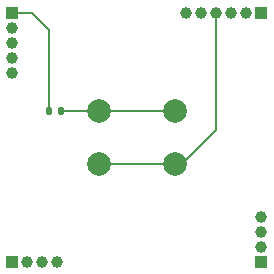
<source format=gbl>
%TF.GenerationSoftware,KiCad,Pcbnew,9.0.5-1.fc42*%
%TF.CreationDate,2025-12-03T02:33:13+01:00*%
%TF.ProjectId,Block-Switch-1,426c6f63-6b2d-4537-9769-7463682d312e,1*%
%TF.SameCoordinates,Original*%
%TF.FileFunction,Copper,L2,Bot*%
%TF.FilePolarity,Positive*%
%FSLAX46Y46*%
G04 Gerber Fmt 4.6, Leading zero omitted, Abs format (unit mm)*
G04 Created by KiCad (PCBNEW 9.0.5-1.fc42) date 2025-12-03 02:33:13*
%MOMM*%
%LPD*%
G01*
G04 APERTURE LIST*
G04 Aperture macros list*
%AMRoundRect*
0 Rectangle with rounded corners*
0 $1 Rounding radius*
0 $2 $3 $4 $5 $6 $7 $8 $9 X,Y pos of 4 corners*
0 Add a 4 corners polygon primitive as box body*
4,1,4,$2,$3,$4,$5,$6,$7,$8,$9,$2,$3,0*
0 Add four circle primitives for the rounded corners*
1,1,$1+$1,$2,$3*
1,1,$1+$1,$4,$5*
1,1,$1+$1,$6,$7*
1,1,$1+$1,$8,$9*
0 Add four rect primitives between the rounded corners*
20,1,$1+$1,$2,$3,$4,$5,0*
20,1,$1+$1,$4,$5,$6,$7,0*
20,1,$1+$1,$6,$7,$8,$9,0*
20,1,$1+$1,$8,$9,$2,$3,0*%
G04 Aperture macros list end*
%TA.AperFunction,ComponentPad*%
%ADD10C,2.000000*%
%TD*%
%TA.AperFunction,ComponentPad*%
%ADD11R,1.000000X1.000000*%
%TD*%
%TA.AperFunction,ComponentPad*%
%ADD12C,1.000000*%
%TD*%
%TA.AperFunction,SMDPad,CuDef*%
%ADD13RoundRect,0.135000X-0.135000X-0.185000X0.135000X-0.185000X0.135000X0.185000X-0.135000X0.185000X0*%
%TD*%
%TA.AperFunction,Conductor*%
%ADD14C,0.200000*%
%TD*%
G04 APERTURE END LIST*
D10*
%TO.P,SW1,1,1*%
%TO.N,Net-(R1-Pad2)*%
X135815000Y-111415000D03*
X142315000Y-111415000D03*
%TO.P,SW1,2,2*%
%TO.N,/A*%
X135815000Y-115915000D03*
X142315000Y-115915000D03*
%TD*%
D11*
%TO.P,J4,1,Pin_1*%
%TO.N,/Typ0*%
X128525000Y-124205000D03*
D12*
%TO.P,J4,2,Pin_2*%
%TO.N,/Typ1*%
X129795000Y-124205000D03*
%TO.P,J4,3,Pin_3*%
%TO.N,/Typ2*%
X131065000Y-124205000D03*
%TO.P,J4,4,Pin_4*%
%TO.N,/Typ3*%
X132335000Y-124205000D03*
%TD*%
D13*
%TO.P,R1,1*%
%TO.N,/+3.3V Digital*%
X131595400Y-111415000D03*
%TO.P,R1,2*%
%TO.N,Net-(R1-Pad2)*%
X132615400Y-111415000D03*
%TD*%
D11*
%TO.P,J2,1,Pin_1*%
%TO.N,/Addr0*%
X149605000Y-124205000D03*
D12*
%TO.P,J2,2,Pin_2*%
%TO.N,/Addr1*%
X149605000Y-122935000D03*
%TO.P,J2,3,Pin_3*%
%TO.N,/Addr2*%
X149605000Y-121665000D03*
%TO.P,J2,4,Pin_4*%
%TO.N,/Addr3*%
X149605000Y-120395000D03*
%TD*%
D11*
%TO.P,J1,1,Pin_1*%
%TO.N,/+3.3V Digital*%
X128525000Y-103125000D03*
D12*
%TO.P,J1,2,Pin_2*%
%TO.N,/AREF*%
X128525000Y-104395000D03*
%TO.P,J1,3,Pin_3*%
%TO.N,GND*%
X128525000Y-105665000D03*
%TO.P,J1,4,Pin_4*%
%TO.N,/SlotBus.Data*%
X128525000Y-106935000D03*
%TO.P,J1,5,Pin_5*%
%TO.N,/SlotBus.Clock*%
X128525000Y-108205000D03*
%TD*%
D11*
%TO.P,J3,1,Pin_1*%
%TO.N,/LED*%
X149605000Y-103125000D03*
D12*
%TO.P,J3,2,Pin_2*%
%TO.N,/C*%
X148335000Y-103125000D03*
%TO.P,J3,3,Pin_3*%
%TO.N,/B*%
X147065000Y-103125000D03*
%TO.P,J3,4,Pin_4*%
%TO.N,/A*%
X145795000Y-103125000D03*
%TO.P,J3,5,Pin_5*%
%TO.N,/A1*%
X144525000Y-103125000D03*
%TO.P,J3,6,Pin_6*%
%TO.N,/A0*%
X143255000Y-103125000D03*
%TD*%
D14*
%TO.N,/+3.3V Digital*%
X130150600Y-103125000D02*
X128525000Y-103125000D01*
X131595400Y-111415000D02*
X131595400Y-104569800D01*
X131595400Y-104569800D02*
X130150600Y-103125000D01*
%TO.N,/A*%
X142315000Y-115915000D02*
X142911000Y-115915000D01*
X142911000Y-115915000D02*
X145795000Y-113031000D01*
X142315000Y-115915000D02*
X135815000Y-115915000D01*
X145795000Y-113031000D02*
X145795000Y-103125000D01*
%TO.N,Net-(R1-Pad2)*%
X142315000Y-111415000D02*
X135815000Y-111415000D01*
X135815000Y-111415000D02*
X132615400Y-111415000D01*
%TD*%
M02*

</source>
